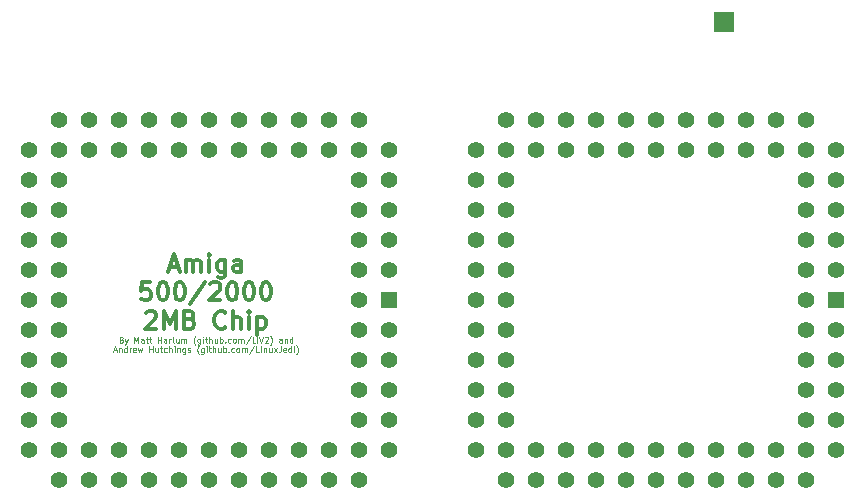
<source format=gts>
G04 #@! TF.GenerationSoftware,KiCad,Pcbnew,5.99.0-1.20210607git4c293e0.fc34*
G04 #@! TF.CreationDate,2021-06-11T06:43:41+01:00*
G04 #@! TF.ProjectId,A500-2Meg,41353030-2d32-44d6-9567-2e6b69636164,rev?*
G04 #@! TF.SameCoordinates,Original*
G04 #@! TF.FileFunction,Soldermask,Top*
G04 #@! TF.FilePolarity,Negative*
%FSLAX46Y46*%
G04 Gerber Fmt 4.6, Leading zero omitted, Abs format (unit mm)*
G04 Created by KiCad (PCBNEW 5.99.0-1.20210607git4c293e0.fc34) date 2021-06-11 06:43:41*
%MOMM*%
%LPD*%
G01*
G04 APERTURE LIST*
%ADD10C,0.300000*%
%ADD11C,0.100000*%
%ADD12R,1.422400X1.422400*%
%ADD13C,1.422400*%
%ADD14R,1.700000X1.700000*%
G04 APERTURE END LIST*
D10*
X108688571Y-49270000D02*
X109402857Y-49270000D01*
X108545714Y-49698571D02*
X109045714Y-48198571D01*
X109545714Y-49698571D01*
X110045714Y-49698571D02*
X110045714Y-48698571D01*
X110045714Y-48841428D02*
X110117142Y-48770000D01*
X110260000Y-48698571D01*
X110474285Y-48698571D01*
X110617142Y-48770000D01*
X110688571Y-48912857D01*
X110688571Y-49698571D01*
X110688571Y-48912857D02*
X110760000Y-48770000D01*
X110902857Y-48698571D01*
X111117142Y-48698571D01*
X111260000Y-48770000D01*
X111331428Y-48912857D01*
X111331428Y-49698571D01*
X112045714Y-49698571D02*
X112045714Y-48698571D01*
X112045714Y-48198571D02*
X111974285Y-48270000D01*
X112045714Y-48341428D01*
X112117142Y-48270000D01*
X112045714Y-48198571D01*
X112045714Y-48341428D01*
X113402857Y-48698571D02*
X113402857Y-49912857D01*
X113331428Y-50055714D01*
X113260000Y-50127142D01*
X113117142Y-50198571D01*
X112902857Y-50198571D01*
X112760000Y-50127142D01*
X113402857Y-49627142D02*
X113260000Y-49698571D01*
X112974285Y-49698571D01*
X112831428Y-49627142D01*
X112760000Y-49555714D01*
X112688571Y-49412857D01*
X112688571Y-48984285D01*
X112760000Y-48841428D01*
X112831428Y-48770000D01*
X112974285Y-48698571D01*
X113260000Y-48698571D01*
X113402857Y-48770000D01*
X114760000Y-49698571D02*
X114760000Y-48912857D01*
X114688571Y-48770000D01*
X114545714Y-48698571D01*
X114260000Y-48698571D01*
X114117142Y-48770000D01*
X114760000Y-49627142D02*
X114617142Y-49698571D01*
X114260000Y-49698571D01*
X114117142Y-49627142D01*
X114045714Y-49484285D01*
X114045714Y-49341428D01*
X114117142Y-49198571D01*
X114260000Y-49127142D01*
X114617142Y-49127142D01*
X114760000Y-49055714D01*
X107045714Y-50613571D02*
X106331428Y-50613571D01*
X106260000Y-51327857D01*
X106331428Y-51256428D01*
X106474285Y-51185000D01*
X106831428Y-51185000D01*
X106974285Y-51256428D01*
X107045714Y-51327857D01*
X107117142Y-51470714D01*
X107117142Y-51827857D01*
X107045714Y-51970714D01*
X106974285Y-52042142D01*
X106831428Y-52113571D01*
X106474285Y-52113571D01*
X106331428Y-52042142D01*
X106260000Y-51970714D01*
X108045714Y-50613571D02*
X108188571Y-50613571D01*
X108331428Y-50685000D01*
X108402857Y-50756428D01*
X108474285Y-50899285D01*
X108545714Y-51185000D01*
X108545714Y-51542142D01*
X108474285Y-51827857D01*
X108402857Y-51970714D01*
X108331428Y-52042142D01*
X108188571Y-52113571D01*
X108045714Y-52113571D01*
X107902857Y-52042142D01*
X107831428Y-51970714D01*
X107760000Y-51827857D01*
X107688571Y-51542142D01*
X107688571Y-51185000D01*
X107760000Y-50899285D01*
X107831428Y-50756428D01*
X107902857Y-50685000D01*
X108045714Y-50613571D01*
X109474285Y-50613571D02*
X109617142Y-50613571D01*
X109760000Y-50685000D01*
X109831428Y-50756428D01*
X109902857Y-50899285D01*
X109974285Y-51185000D01*
X109974285Y-51542142D01*
X109902857Y-51827857D01*
X109831428Y-51970714D01*
X109760000Y-52042142D01*
X109617142Y-52113571D01*
X109474285Y-52113571D01*
X109331428Y-52042142D01*
X109260000Y-51970714D01*
X109188571Y-51827857D01*
X109117142Y-51542142D01*
X109117142Y-51185000D01*
X109188571Y-50899285D01*
X109260000Y-50756428D01*
X109331428Y-50685000D01*
X109474285Y-50613571D01*
X111688571Y-50542142D02*
X110402857Y-52470714D01*
X112117142Y-50756428D02*
X112188571Y-50685000D01*
X112331428Y-50613571D01*
X112688571Y-50613571D01*
X112831428Y-50685000D01*
X112902857Y-50756428D01*
X112974285Y-50899285D01*
X112974285Y-51042142D01*
X112902857Y-51256428D01*
X112045714Y-52113571D01*
X112974285Y-52113571D01*
X113902857Y-50613571D02*
X114045714Y-50613571D01*
X114188571Y-50685000D01*
X114260000Y-50756428D01*
X114331428Y-50899285D01*
X114402857Y-51185000D01*
X114402857Y-51542142D01*
X114331428Y-51827857D01*
X114260000Y-51970714D01*
X114188571Y-52042142D01*
X114045714Y-52113571D01*
X113902857Y-52113571D01*
X113760000Y-52042142D01*
X113688571Y-51970714D01*
X113617142Y-51827857D01*
X113545714Y-51542142D01*
X113545714Y-51185000D01*
X113617142Y-50899285D01*
X113688571Y-50756428D01*
X113760000Y-50685000D01*
X113902857Y-50613571D01*
X115331428Y-50613571D02*
X115474285Y-50613571D01*
X115617142Y-50685000D01*
X115688571Y-50756428D01*
X115760000Y-50899285D01*
X115831428Y-51185000D01*
X115831428Y-51542142D01*
X115760000Y-51827857D01*
X115688571Y-51970714D01*
X115617142Y-52042142D01*
X115474285Y-52113571D01*
X115331428Y-52113571D01*
X115188571Y-52042142D01*
X115117142Y-51970714D01*
X115045714Y-51827857D01*
X114974285Y-51542142D01*
X114974285Y-51185000D01*
X115045714Y-50899285D01*
X115117142Y-50756428D01*
X115188571Y-50685000D01*
X115331428Y-50613571D01*
X116760000Y-50613571D02*
X116902857Y-50613571D01*
X117045714Y-50685000D01*
X117117142Y-50756428D01*
X117188571Y-50899285D01*
X117260000Y-51185000D01*
X117260000Y-51542142D01*
X117188571Y-51827857D01*
X117117142Y-51970714D01*
X117045714Y-52042142D01*
X116902857Y-52113571D01*
X116760000Y-52113571D01*
X116617142Y-52042142D01*
X116545714Y-51970714D01*
X116474285Y-51827857D01*
X116402857Y-51542142D01*
X116402857Y-51185000D01*
X116474285Y-50899285D01*
X116545714Y-50756428D01*
X116617142Y-50685000D01*
X116760000Y-50613571D01*
X106688571Y-53171428D02*
X106760000Y-53100000D01*
X106902857Y-53028571D01*
X107260000Y-53028571D01*
X107402857Y-53100000D01*
X107474285Y-53171428D01*
X107545714Y-53314285D01*
X107545714Y-53457142D01*
X107474285Y-53671428D01*
X106617142Y-54528571D01*
X107545714Y-54528571D01*
X108188571Y-54528571D02*
X108188571Y-53028571D01*
X108688571Y-54100000D01*
X109188571Y-53028571D01*
X109188571Y-54528571D01*
X110402857Y-53742857D02*
X110617142Y-53814285D01*
X110688571Y-53885714D01*
X110760000Y-54028571D01*
X110760000Y-54242857D01*
X110688571Y-54385714D01*
X110617142Y-54457142D01*
X110474285Y-54528571D01*
X109902857Y-54528571D01*
X109902857Y-53028571D01*
X110402857Y-53028571D01*
X110545714Y-53100000D01*
X110617142Y-53171428D01*
X110688571Y-53314285D01*
X110688571Y-53457142D01*
X110617142Y-53600000D01*
X110545714Y-53671428D01*
X110402857Y-53742857D01*
X109902857Y-53742857D01*
X113402857Y-54385714D02*
X113331428Y-54457142D01*
X113117142Y-54528571D01*
X112974285Y-54528571D01*
X112760000Y-54457142D01*
X112617142Y-54314285D01*
X112545714Y-54171428D01*
X112474285Y-53885714D01*
X112474285Y-53671428D01*
X112545714Y-53385714D01*
X112617142Y-53242857D01*
X112760000Y-53100000D01*
X112974285Y-53028571D01*
X113117142Y-53028571D01*
X113331428Y-53100000D01*
X113402857Y-53171428D01*
X114045714Y-54528571D02*
X114045714Y-53028571D01*
X114688571Y-54528571D02*
X114688571Y-53742857D01*
X114617142Y-53600000D01*
X114474285Y-53528571D01*
X114260000Y-53528571D01*
X114117142Y-53600000D01*
X114045714Y-53671428D01*
X115402857Y-54528571D02*
X115402857Y-53528571D01*
X115402857Y-53028571D02*
X115331428Y-53100000D01*
X115402857Y-53171428D01*
X115474285Y-53100000D01*
X115402857Y-53028571D01*
X115402857Y-53171428D01*
X116117142Y-53528571D02*
X116117142Y-55028571D01*
X116117142Y-53600000D02*
X116260000Y-53528571D01*
X116545714Y-53528571D01*
X116688571Y-53600000D01*
X116760000Y-53671428D01*
X116831428Y-53814285D01*
X116831428Y-54242857D01*
X116760000Y-54385714D01*
X116688571Y-54457142D01*
X116545714Y-54528571D01*
X116260000Y-54528571D01*
X116117142Y-54457142D01*
D11*
X104605238Y-55441785D02*
X104676666Y-55465595D01*
X104700476Y-55489404D01*
X104724285Y-55537023D01*
X104724285Y-55608452D01*
X104700476Y-55656071D01*
X104676666Y-55679880D01*
X104629047Y-55703690D01*
X104438571Y-55703690D01*
X104438571Y-55203690D01*
X104605238Y-55203690D01*
X104652857Y-55227500D01*
X104676666Y-55251309D01*
X104700476Y-55298928D01*
X104700476Y-55346547D01*
X104676666Y-55394166D01*
X104652857Y-55417976D01*
X104605238Y-55441785D01*
X104438571Y-55441785D01*
X104890952Y-55370357D02*
X105010000Y-55703690D01*
X105129047Y-55370357D02*
X105010000Y-55703690D01*
X104962380Y-55822738D01*
X104938571Y-55846547D01*
X104890952Y-55870357D01*
X105700476Y-55703690D02*
X105700476Y-55203690D01*
X105867142Y-55560833D01*
X106033809Y-55203690D01*
X106033809Y-55703690D01*
X106486190Y-55703690D02*
X106486190Y-55441785D01*
X106462380Y-55394166D01*
X106414761Y-55370357D01*
X106319523Y-55370357D01*
X106271904Y-55394166D01*
X106486190Y-55679880D02*
X106438571Y-55703690D01*
X106319523Y-55703690D01*
X106271904Y-55679880D01*
X106248095Y-55632261D01*
X106248095Y-55584642D01*
X106271904Y-55537023D01*
X106319523Y-55513214D01*
X106438571Y-55513214D01*
X106486190Y-55489404D01*
X106652857Y-55370357D02*
X106843333Y-55370357D01*
X106724285Y-55203690D02*
X106724285Y-55632261D01*
X106748095Y-55679880D01*
X106795714Y-55703690D01*
X106843333Y-55703690D01*
X106938571Y-55370357D02*
X107129047Y-55370357D01*
X107010000Y-55203690D02*
X107010000Y-55632261D01*
X107033809Y-55679880D01*
X107081428Y-55703690D01*
X107129047Y-55703690D01*
X107676666Y-55703690D02*
X107676666Y-55203690D01*
X107676666Y-55441785D02*
X107962380Y-55441785D01*
X107962380Y-55703690D02*
X107962380Y-55203690D01*
X108414761Y-55703690D02*
X108414761Y-55441785D01*
X108390952Y-55394166D01*
X108343333Y-55370357D01*
X108248095Y-55370357D01*
X108200476Y-55394166D01*
X108414761Y-55679880D02*
X108367142Y-55703690D01*
X108248095Y-55703690D01*
X108200476Y-55679880D01*
X108176666Y-55632261D01*
X108176666Y-55584642D01*
X108200476Y-55537023D01*
X108248095Y-55513214D01*
X108367142Y-55513214D01*
X108414761Y-55489404D01*
X108652857Y-55703690D02*
X108652857Y-55370357D01*
X108652857Y-55465595D02*
X108676666Y-55417976D01*
X108700476Y-55394166D01*
X108748095Y-55370357D01*
X108795714Y-55370357D01*
X109033809Y-55703690D02*
X108986190Y-55679880D01*
X108962380Y-55632261D01*
X108962380Y-55203690D01*
X109438571Y-55370357D02*
X109438571Y-55703690D01*
X109224285Y-55370357D02*
X109224285Y-55632261D01*
X109248095Y-55679880D01*
X109295714Y-55703690D01*
X109367142Y-55703690D01*
X109414761Y-55679880D01*
X109438571Y-55656071D01*
X109676666Y-55703690D02*
X109676666Y-55370357D01*
X109676666Y-55417976D02*
X109700476Y-55394166D01*
X109748095Y-55370357D01*
X109819523Y-55370357D01*
X109867142Y-55394166D01*
X109890952Y-55441785D01*
X109890952Y-55703690D01*
X109890952Y-55441785D02*
X109914761Y-55394166D01*
X109962380Y-55370357D01*
X110033809Y-55370357D01*
X110081428Y-55394166D01*
X110105238Y-55441785D01*
X110105238Y-55703690D01*
X110867142Y-55894166D02*
X110843333Y-55870357D01*
X110795714Y-55798928D01*
X110771904Y-55751309D01*
X110748095Y-55679880D01*
X110724285Y-55560833D01*
X110724285Y-55465595D01*
X110748095Y-55346547D01*
X110771904Y-55275119D01*
X110795714Y-55227500D01*
X110843333Y-55156071D01*
X110867142Y-55132261D01*
X111271904Y-55370357D02*
X111271904Y-55775119D01*
X111248095Y-55822738D01*
X111224285Y-55846547D01*
X111176666Y-55870357D01*
X111105238Y-55870357D01*
X111057619Y-55846547D01*
X111271904Y-55679880D02*
X111224285Y-55703690D01*
X111129047Y-55703690D01*
X111081428Y-55679880D01*
X111057619Y-55656071D01*
X111033809Y-55608452D01*
X111033809Y-55465595D01*
X111057619Y-55417976D01*
X111081428Y-55394166D01*
X111129047Y-55370357D01*
X111224285Y-55370357D01*
X111271904Y-55394166D01*
X111510000Y-55703690D02*
X111510000Y-55370357D01*
X111510000Y-55203690D02*
X111486190Y-55227500D01*
X111510000Y-55251309D01*
X111533809Y-55227500D01*
X111510000Y-55203690D01*
X111510000Y-55251309D01*
X111676666Y-55370357D02*
X111867142Y-55370357D01*
X111748095Y-55203690D02*
X111748095Y-55632261D01*
X111771904Y-55679880D01*
X111819523Y-55703690D01*
X111867142Y-55703690D01*
X112033809Y-55703690D02*
X112033809Y-55203690D01*
X112248095Y-55703690D02*
X112248095Y-55441785D01*
X112224285Y-55394166D01*
X112176666Y-55370357D01*
X112105238Y-55370357D01*
X112057619Y-55394166D01*
X112033809Y-55417976D01*
X112700476Y-55370357D02*
X112700476Y-55703690D01*
X112486190Y-55370357D02*
X112486190Y-55632261D01*
X112510000Y-55679880D01*
X112557619Y-55703690D01*
X112629047Y-55703690D01*
X112676666Y-55679880D01*
X112700476Y-55656071D01*
X112938571Y-55703690D02*
X112938571Y-55203690D01*
X112938571Y-55394166D02*
X112986190Y-55370357D01*
X113081428Y-55370357D01*
X113129047Y-55394166D01*
X113152857Y-55417976D01*
X113176666Y-55465595D01*
X113176666Y-55608452D01*
X113152857Y-55656071D01*
X113129047Y-55679880D01*
X113081428Y-55703690D01*
X112986190Y-55703690D01*
X112938571Y-55679880D01*
X113390952Y-55656071D02*
X113414761Y-55679880D01*
X113390952Y-55703690D01*
X113367142Y-55679880D01*
X113390952Y-55656071D01*
X113390952Y-55703690D01*
X113843333Y-55679880D02*
X113795714Y-55703690D01*
X113700476Y-55703690D01*
X113652857Y-55679880D01*
X113629047Y-55656071D01*
X113605238Y-55608452D01*
X113605238Y-55465595D01*
X113629047Y-55417976D01*
X113652857Y-55394166D01*
X113700476Y-55370357D01*
X113795714Y-55370357D01*
X113843333Y-55394166D01*
X114129047Y-55703690D02*
X114081428Y-55679880D01*
X114057619Y-55656071D01*
X114033809Y-55608452D01*
X114033809Y-55465595D01*
X114057619Y-55417976D01*
X114081428Y-55394166D01*
X114129047Y-55370357D01*
X114200476Y-55370357D01*
X114248095Y-55394166D01*
X114271904Y-55417976D01*
X114295714Y-55465595D01*
X114295714Y-55608452D01*
X114271904Y-55656071D01*
X114248095Y-55679880D01*
X114200476Y-55703690D01*
X114129047Y-55703690D01*
X114510000Y-55703690D02*
X114510000Y-55370357D01*
X114510000Y-55417976D02*
X114533809Y-55394166D01*
X114581428Y-55370357D01*
X114652857Y-55370357D01*
X114700476Y-55394166D01*
X114724285Y-55441785D01*
X114724285Y-55703690D01*
X114724285Y-55441785D02*
X114748095Y-55394166D01*
X114795714Y-55370357D01*
X114867142Y-55370357D01*
X114914761Y-55394166D01*
X114938571Y-55441785D01*
X114938571Y-55703690D01*
X115533809Y-55179880D02*
X115105238Y-55822738D01*
X115938571Y-55703690D02*
X115700476Y-55703690D01*
X115700476Y-55203690D01*
X116105238Y-55703690D02*
X116105238Y-55203690D01*
X116271904Y-55203690D02*
X116438571Y-55703690D01*
X116605238Y-55203690D01*
X116748095Y-55251309D02*
X116771904Y-55227500D01*
X116819523Y-55203690D01*
X116938571Y-55203690D01*
X116986190Y-55227500D01*
X117010000Y-55251309D01*
X117033809Y-55298928D01*
X117033809Y-55346547D01*
X117010000Y-55417976D01*
X116724285Y-55703690D01*
X117033809Y-55703690D01*
X117200476Y-55894166D02*
X117224285Y-55870357D01*
X117271904Y-55798928D01*
X117295714Y-55751309D01*
X117319523Y-55679880D01*
X117343333Y-55560833D01*
X117343333Y-55465595D01*
X117319523Y-55346547D01*
X117295714Y-55275119D01*
X117271904Y-55227500D01*
X117224285Y-55156071D01*
X117200476Y-55132261D01*
X118176666Y-55703690D02*
X118176666Y-55441785D01*
X118152857Y-55394166D01*
X118105238Y-55370357D01*
X118010000Y-55370357D01*
X117962380Y-55394166D01*
X118176666Y-55679880D02*
X118129047Y-55703690D01*
X118010000Y-55703690D01*
X117962380Y-55679880D01*
X117938571Y-55632261D01*
X117938571Y-55584642D01*
X117962380Y-55537023D01*
X118010000Y-55513214D01*
X118129047Y-55513214D01*
X118176666Y-55489404D01*
X118414761Y-55370357D02*
X118414761Y-55703690D01*
X118414761Y-55417976D02*
X118438571Y-55394166D01*
X118486190Y-55370357D01*
X118557619Y-55370357D01*
X118605238Y-55394166D01*
X118629047Y-55441785D01*
X118629047Y-55703690D01*
X119081428Y-55703690D02*
X119081428Y-55203690D01*
X119081428Y-55679880D02*
X119033809Y-55703690D01*
X118938571Y-55703690D01*
X118890952Y-55679880D01*
X118867142Y-55656071D01*
X118843333Y-55608452D01*
X118843333Y-55465595D01*
X118867142Y-55417976D01*
X118890952Y-55394166D01*
X118938571Y-55370357D01*
X119033809Y-55370357D01*
X119081428Y-55394166D01*
X103950476Y-56365833D02*
X104188571Y-56365833D01*
X103902857Y-56508690D02*
X104069523Y-56008690D01*
X104236190Y-56508690D01*
X104402857Y-56175357D02*
X104402857Y-56508690D01*
X104402857Y-56222976D02*
X104426666Y-56199166D01*
X104474285Y-56175357D01*
X104545714Y-56175357D01*
X104593333Y-56199166D01*
X104617142Y-56246785D01*
X104617142Y-56508690D01*
X105069523Y-56508690D02*
X105069523Y-56008690D01*
X105069523Y-56484880D02*
X105021904Y-56508690D01*
X104926666Y-56508690D01*
X104879047Y-56484880D01*
X104855238Y-56461071D01*
X104831428Y-56413452D01*
X104831428Y-56270595D01*
X104855238Y-56222976D01*
X104879047Y-56199166D01*
X104926666Y-56175357D01*
X105021904Y-56175357D01*
X105069523Y-56199166D01*
X105307619Y-56508690D02*
X105307619Y-56175357D01*
X105307619Y-56270595D02*
X105331428Y-56222976D01*
X105355238Y-56199166D01*
X105402857Y-56175357D01*
X105450476Y-56175357D01*
X105807619Y-56484880D02*
X105760000Y-56508690D01*
X105664761Y-56508690D01*
X105617142Y-56484880D01*
X105593333Y-56437261D01*
X105593333Y-56246785D01*
X105617142Y-56199166D01*
X105664761Y-56175357D01*
X105760000Y-56175357D01*
X105807619Y-56199166D01*
X105831428Y-56246785D01*
X105831428Y-56294404D01*
X105593333Y-56342023D01*
X105998095Y-56175357D02*
X106093333Y-56508690D01*
X106188571Y-56270595D01*
X106283809Y-56508690D01*
X106379047Y-56175357D01*
X106950476Y-56508690D02*
X106950476Y-56008690D01*
X106950476Y-56246785D02*
X107236190Y-56246785D01*
X107236190Y-56508690D02*
X107236190Y-56008690D01*
X107688571Y-56175357D02*
X107688571Y-56508690D01*
X107474285Y-56175357D02*
X107474285Y-56437261D01*
X107498095Y-56484880D01*
X107545714Y-56508690D01*
X107617142Y-56508690D01*
X107664761Y-56484880D01*
X107688571Y-56461071D01*
X107855238Y-56175357D02*
X108045714Y-56175357D01*
X107926666Y-56008690D02*
X107926666Y-56437261D01*
X107950476Y-56484880D01*
X107998095Y-56508690D01*
X108045714Y-56508690D01*
X108426666Y-56484880D02*
X108379047Y-56508690D01*
X108283809Y-56508690D01*
X108236190Y-56484880D01*
X108212380Y-56461071D01*
X108188571Y-56413452D01*
X108188571Y-56270595D01*
X108212380Y-56222976D01*
X108236190Y-56199166D01*
X108283809Y-56175357D01*
X108379047Y-56175357D01*
X108426666Y-56199166D01*
X108640952Y-56508690D02*
X108640952Y-56008690D01*
X108855238Y-56508690D02*
X108855238Y-56246785D01*
X108831428Y-56199166D01*
X108783809Y-56175357D01*
X108712380Y-56175357D01*
X108664761Y-56199166D01*
X108640952Y-56222976D01*
X109093333Y-56508690D02*
X109093333Y-56175357D01*
X109093333Y-56008690D02*
X109069523Y-56032500D01*
X109093333Y-56056309D01*
X109117142Y-56032500D01*
X109093333Y-56008690D01*
X109093333Y-56056309D01*
X109331428Y-56175357D02*
X109331428Y-56508690D01*
X109331428Y-56222976D02*
X109355238Y-56199166D01*
X109402857Y-56175357D01*
X109474285Y-56175357D01*
X109521904Y-56199166D01*
X109545714Y-56246785D01*
X109545714Y-56508690D01*
X109998095Y-56175357D02*
X109998095Y-56580119D01*
X109974285Y-56627738D01*
X109950476Y-56651547D01*
X109902857Y-56675357D01*
X109831428Y-56675357D01*
X109783809Y-56651547D01*
X109998095Y-56484880D02*
X109950476Y-56508690D01*
X109855238Y-56508690D01*
X109807619Y-56484880D01*
X109783809Y-56461071D01*
X109760000Y-56413452D01*
X109760000Y-56270595D01*
X109783809Y-56222976D01*
X109807619Y-56199166D01*
X109855238Y-56175357D01*
X109950476Y-56175357D01*
X109998095Y-56199166D01*
X110212380Y-56484880D02*
X110260000Y-56508690D01*
X110355238Y-56508690D01*
X110402857Y-56484880D01*
X110426666Y-56437261D01*
X110426666Y-56413452D01*
X110402857Y-56365833D01*
X110355238Y-56342023D01*
X110283809Y-56342023D01*
X110236190Y-56318214D01*
X110212380Y-56270595D01*
X110212380Y-56246785D01*
X110236190Y-56199166D01*
X110283809Y-56175357D01*
X110355238Y-56175357D01*
X110402857Y-56199166D01*
X111164761Y-56699166D02*
X111140952Y-56675357D01*
X111093333Y-56603928D01*
X111069523Y-56556309D01*
X111045714Y-56484880D01*
X111021904Y-56365833D01*
X111021904Y-56270595D01*
X111045714Y-56151547D01*
X111069523Y-56080119D01*
X111093333Y-56032500D01*
X111140952Y-55961071D01*
X111164761Y-55937261D01*
X111569523Y-56175357D02*
X111569523Y-56580119D01*
X111545714Y-56627738D01*
X111521904Y-56651547D01*
X111474285Y-56675357D01*
X111402857Y-56675357D01*
X111355238Y-56651547D01*
X111569523Y-56484880D02*
X111521904Y-56508690D01*
X111426666Y-56508690D01*
X111379047Y-56484880D01*
X111355238Y-56461071D01*
X111331428Y-56413452D01*
X111331428Y-56270595D01*
X111355238Y-56222976D01*
X111379047Y-56199166D01*
X111426666Y-56175357D01*
X111521904Y-56175357D01*
X111569523Y-56199166D01*
X111807619Y-56508690D02*
X111807619Y-56175357D01*
X111807619Y-56008690D02*
X111783809Y-56032500D01*
X111807619Y-56056309D01*
X111831428Y-56032500D01*
X111807619Y-56008690D01*
X111807619Y-56056309D01*
X111974285Y-56175357D02*
X112164761Y-56175357D01*
X112045714Y-56008690D02*
X112045714Y-56437261D01*
X112069523Y-56484880D01*
X112117142Y-56508690D01*
X112164761Y-56508690D01*
X112331428Y-56508690D02*
X112331428Y-56008690D01*
X112545714Y-56508690D02*
X112545714Y-56246785D01*
X112521904Y-56199166D01*
X112474285Y-56175357D01*
X112402857Y-56175357D01*
X112355238Y-56199166D01*
X112331428Y-56222976D01*
X112998095Y-56175357D02*
X112998095Y-56508690D01*
X112783809Y-56175357D02*
X112783809Y-56437261D01*
X112807619Y-56484880D01*
X112855238Y-56508690D01*
X112926666Y-56508690D01*
X112974285Y-56484880D01*
X112998095Y-56461071D01*
X113236190Y-56508690D02*
X113236190Y-56008690D01*
X113236190Y-56199166D02*
X113283809Y-56175357D01*
X113379047Y-56175357D01*
X113426666Y-56199166D01*
X113450476Y-56222976D01*
X113474285Y-56270595D01*
X113474285Y-56413452D01*
X113450476Y-56461071D01*
X113426666Y-56484880D01*
X113379047Y-56508690D01*
X113283809Y-56508690D01*
X113236190Y-56484880D01*
X113688571Y-56461071D02*
X113712380Y-56484880D01*
X113688571Y-56508690D01*
X113664761Y-56484880D01*
X113688571Y-56461071D01*
X113688571Y-56508690D01*
X114140952Y-56484880D02*
X114093333Y-56508690D01*
X113998095Y-56508690D01*
X113950476Y-56484880D01*
X113926666Y-56461071D01*
X113902857Y-56413452D01*
X113902857Y-56270595D01*
X113926666Y-56222976D01*
X113950476Y-56199166D01*
X113998095Y-56175357D01*
X114093333Y-56175357D01*
X114140952Y-56199166D01*
X114426666Y-56508690D02*
X114379047Y-56484880D01*
X114355238Y-56461071D01*
X114331428Y-56413452D01*
X114331428Y-56270595D01*
X114355238Y-56222976D01*
X114379047Y-56199166D01*
X114426666Y-56175357D01*
X114498095Y-56175357D01*
X114545714Y-56199166D01*
X114569523Y-56222976D01*
X114593333Y-56270595D01*
X114593333Y-56413452D01*
X114569523Y-56461071D01*
X114545714Y-56484880D01*
X114498095Y-56508690D01*
X114426666Y-56508690D01*
X114807619Y-56508690D02*
X114807619Y-56175357D01*
X114807619Y-56222976D02*
X114831428Y-56199166D01*
X114879047Y-56175357D01*
X114950476Y-56175357D01*
X114998095Y-56199166D01*
X115021904Y-56246785D01*
X115021904Y-56508690D01*
X115021904Y-56246785D02*
X115045714Y-56199166D01*
X115093333Y-56175357D01*
X115164761Y-56175357D01*
X115212380Y-56199166D01*
X115236190Y-56246785D01*
X115236190Y-56508690D01*
X115831428Y-55984880D02*
X115402857Y-56627738D01*
X116236190Y-56508690D02*
X115998095Y-56508690D01*
X115998095Y-56008690D01*
X116402857Y-56508690D02*
X116402857Y-56175357D01*
X116402857Y-56008690D02*
X116379047Y-56032500D01*
X116402857Y-56056309D01*
X116426666Y-56032500D01*
X116402857Y-56008690D01*
X116402857Y-56056309D01*
X116640952Y-56175357D02*
X116640952Y-56508690D01*
X116640952Y-56222976D02*
X116664761Y-56199166D01*
X116712380Y-56175357D01*
X116783809Y-56175357D01*
X116831428Y-56199166D01*
X116855238Y-56246785D01*
X116855238Y-56508690D01*
X117307619Y-56175357D02*
X117307619Y-56508690D01*
X117093333Y-56175357D02*
X117093333Y-56437261D01*
X117117142Y-56484880D01*
X117164761Y-56508690D01*
X117236190Y-56508690D01*
X117283809Y-56484880D01*
X117307619Y-56461071D01*
X117498095Y-56508690D02*
X117759999Y-56175357D01*
X117498095Y-56175357D02*
X117759999Y-56508690D01*
X118093333Y-56008690D02*
X118093333Y-56365833D01*
X118069523Y-56437261D01*
X118021904Y-56484880D01*
X117950476Y-56508690D01*
X117902857Y-56508690D01*
X118521904Y-56484880D02*
X118474285Y-56508690D01*
X118379047Y-56508690D01*
X118331428Y-56484880D01*
X118307619Y-56437261D01*
X118307619Y-56246785D01*
X118331428Y-56199166D01*
X118379047Y-56175357D01*
X118474285Y-56175357D01*
X118521904Y-56199166D01*
X118545714Y-56246785D01*
X118545714Y-56294404D01*
X118307619Y-56342023D01*
X118974285Y-56508690D02*
X118974285Y-56008690D01*
X118974285Y-56484880D02*
X118926666Y-56508690D01*
X118831428Y-56508690D01*
X118783809Y-56484880D01*
X118759999Y-56461071D01*
X118736190Y-56413452D01*
X118736190Y-56270595D01*
X118759999Y-56222976D01*
X118783809Y-56199166D01*
X118831428Y-56175357D01*
X118926666Y-56175357D01*
X118974285Y-56199166D01*
X119212380Y-56508690D02*
X119212380Y-56175357D01*
X119212380Y-56008690D02*
X119188571Y-56032500D01*
X119212380Y-56056309D01*
X119236190Y-56032500D01*
X119212380Y-56008690D01*
X119212380Y-56056309D01*
X119402857Y-56699166D02*
X119426666Y-56675357D01*
X119474285Y-56603928D01*
X119498095Y-56556309D01*
X119521904Y-56484880D01*
X119545714Y-56365833D01*
X119545714Y-56270595D01*
X119521904Y-56151547D01*
X119498095Y-56080119D01*
X119474285Y-56032500D01*
X119426666Y-55961071D01*
X119402857Y-55937261D01*
D12*
X127254000Y-52070000D03*
D13*
X124714000Y-52070000D03*
X127254000Y-49530000D03*
X124714000Y-49530000D03*
X127254000Y-46990000D03*
X124714000Y-46990000D03*
X127254000Y-44450000D03*
X124714000Y-44450000D03*
X127254000Y-41910000D03*
X124714000Y-41910000D03*
X127254000Y-39370000D03*
X124714000Y-36830000D03*
X124714000Y-39370000D03*
X122174000Y-36830000D03*
X122174000Y-39370000D03*
X119634000Y-36830000D03*
X119634000Y-39370000D03*
X117094000Y-36830000D03*
X117094000Y-39370000D03*
X114554000Y-36830000D03*
X114554000Y-39370000D03*
X112014000Y-36830000D03*
X112014000Y-39370000D03*
X109474000Y-36830000D03*
X109474000Y-39370000D03*
X106934000Y-36830000D03*
X106934000Y-39370000D03*
X104394000Y-36830000D03*
X104394000Y-39370000D03*
X101854000Y-36830000D03*
X101854000Y-39370000D03*
X99314000Y-36830000D03*
X96774000Y-39370000D03*
X99314000Y-39370000D03*
X96774000Y-41910000D03*
X99314000Y-41910000D03*
X96774000Y-44450000D03*
X99314000Y-44450000D03*
X96774000Y-46990000D03*
X99314000Y-46990000D03*
X96774000Y-49530000D03*
X99314000Y-49530000D03*
X96774000Y-52070000D03*
X99314000Y-52070000D03*
X96774000Y-54610000D03*
X99314000Y-54610000D03*
X96774000Y-57150000D03*
X99314000Y-57150000D03*
X96774000Y-59690000D03*
X99314000Y-59690000D03*
X96774000Y-62230000D03*
X99314000Y-62230000D03*
X96774000Y-64770000D03*
X99314000Y-67310000D03*
X99314000Y-64770000D03*
X101854000Y-67310000D03*
X101854000Y-64770000D03*
X104394000Y-67310000D03*
X104394000Y-64770000D03*
X106934000Y-67310000D03*
X106934000Y-64770000D03*
X109474000Y-67310000D03*
X109474000Y-64770000D03*
X112014000Y-67310000D03*
X112014000Y-64770000D03*
X114554000Y-67310000D03*
X114554000Y-64770000D03*
X117094000Y-67310000D03*
X117094000Y-64770000D03*
X119634000Y-67310000D03*
X119634000Y-64770000D03*
X122174000Y-67310000D03*
X122174000Y-64770000D03*
X124714000Y-67310000D03*
X127254000Y-64770000D03*
X124714000Y-64770000D03*
X127254000Y-62230000D03*
X124714000Y-62230000D03*
X127254000Y-59690000D03*
X124714000Y-59690000D03*
X127254000Y-57150000D03*
X124714000Y-57150000D03*
X127254000Y-54610000D03*
X124714000Y-54610000D03*
D14*
X155575000Y-28575000D03*
D12*
X165100000Y-52070000D03*
D13*
X162560000Y-52070000D03*
X165100000Y-49530000D03*
X162560000Y-49530000D03*
X165100000Y-46990000D03*
X162560000Y-46990000D03*
X165100000Y-44450000D03*
X162560000Y-44450000D03*
X165100000Y-41910000D03*
X162560000Y-41910000D03*
X165100000Y-39370000D03*
X162560000Y-36830000D03*
X162560000Y-39370000D03*
X160020000Y-36830000D03*
X160020000Y-39370000D03*
X157480000Y-36830000D03*
X157480000Y-39370000D03*
X154940000Y-36830000D03*
X154940000Y-39370000D03*
X152400000Y-36830000D03*
X152400000Y-39370000D03*
X149860000Y-36830000D03*
X149860000Y-39370000D03*
X147320000Y-36830000D03*
X147320000Y-39370000D03*
X144780000Y-36830000D03*
X144780000Y-39370000D03*
X142240000Y-36830000D03*
X142240000Y-39370000D03*
X139700000Y-36830000D03*
X139700000Y-39370000D03*
X137160000Y-36830000D03*
X134620000Y-39370000D03*
X137160000Y-39370000D03*
X134620000Y-41910000D03*
X137160000Y-41910000D03*
X134620000Y-44450000D03*
X137160000Y-44450000D03*
X134620000Y-46990000D03*
X137160000Y-46990000D03*
X134620000Y-49530000D03*
X137160000Y-49530000D03*
X134620000Y-52070000D03*
X137160000Y-52070000D03*
X134620000Y-54610000D03*
X137160000Y-54610000D03*
X134620000Y-57150000D03*
X137160000Y-57150000D03*
X134620000Y-59690000D03*
X137160000Y-59690000D03*
X134620000Y-62230000D03*
X137160000Y-62230000D03*
X134620000Y-64770000D03*
X137160000Y-67310000D03*
X137160000Y-64770000D03*
X139700000Y-67310000D03*
X139700000Y-64770000D03*
X142240000Y-67310000D03*
X142240000Y-64770000D03*
X144780000Y-67310000D03*
X144780000Y-64770000D03*
X147320000Y-67310000D03*
X147320000Y-64770000D03*
X149860000Y-67310000D03*
X149860000Y-64770000D03*
X152400000Y-67310000D03*
X152400000Y-64770000D03*
X154940000Y-67310000D03*
X154940000Y-64770000D03*
X157480000Y-67310000D03*
X157480000Y-64770000D03*
X160020000Y-67310000D03*
X160020000Y-64770000D03*
X162560000Y-67310000D03*
X165100000Y-64770000D03*
X162560000Y-64770000D03*
X165100000Y-62230000D03*
X162560000Y-62230000D03*
X165100000Y-59690000D03*
X162560000Y-59690000D03*
X165100000Y-57150000D03*
X162560000Y-57150000D03*
X165100000Y-54610000D03*
X162560000Y-54610000D03*
M02*

</source>
